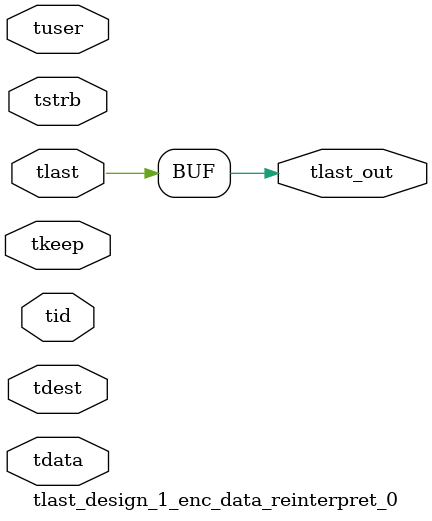
<source format=v>


`timescale 1ps/1ps

module tlast_design_1_enc_data_reinterpret_0 #
(
parameter C_S_AXIS_TID_WIDTH   = 1,
parameter C_S_AXIS_TUSER_WIDTH = 0,
parameter C_S_AXIS_TDATA_WIDTH = 0,
parameter C_S_AXIS_TDEST_WIDTH = 0
)
(
input  [(C_S_AXIS_TID_WIDTH   == 0 ? 1 : C_S_AXIS_TID_WIDTH)-1:0       ] tid,
input  [(C_S_AXIS_TDATA_WIDTH == 0 ? 1 : C_S_AXIS_TDATA_WIDTH)-1:0     ] tdata,
input  [(C_S_AXIS_TUSER_WIDTH == 0 ? 1 : C_S_AXIS_TUSER_WIDTH)-1:0     ] tuser,
input  [(C_S_AXIS_TDEST_WIDTH == 0 ? 1 : C_S_AXIS_TDEST_WIDTH)-1:0     ] tdest,
input  [(C_S_AXIS_TDATA_WIDTH/8)-1:0 ] tkeep,
input  [(C_S_AXIS_TDATA_WIDTH/8)-1:0 ] tstrb,
input  [0:0]                                                             tlast,
output                                                                   tlast_out
);

assign tlast_out = {tlast};

endmodule


</source>
